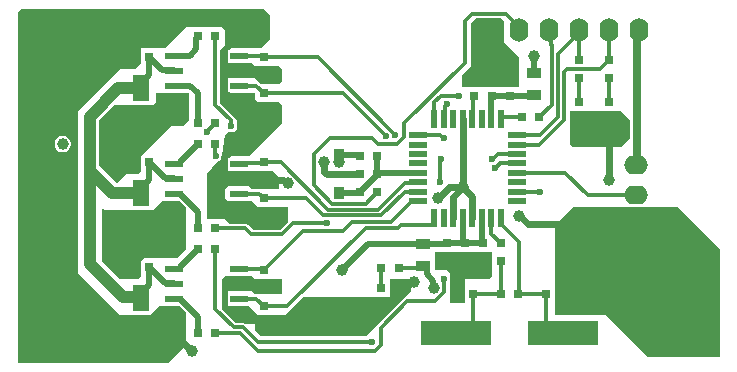
<source format=gtl>
G04*
G04 #@! TF.GenerationSoftware,Altium Limited,Altium Designer,21.7.1 (17)*
G04*
G04 Layer_Physical_Order=1*
G04 Layer_Color=255*
%FSLAX44Y44*%
%MOMM*%
G71*
G04*
G04 #@! TF.SameCoordinates,46D70AF8-5DF4-403A-B55C-3C1985085F34*
G04*
G04*
G04 #@! TF.FilePolarity,Positive*
G04*
G01*
G75*
%ADD13C,0.3000*%
%ADD18R,1.6000X0.5500*%
%ADD19R,0.5500X1.6000*%
%ADD20R,0.7500X0.7500*%
%ADD21R,0.7500X0.7500*%
%ADD22R,1.3000X0.9000*%
%ADD23R,0.8800X1.0200*%
%ADD24R,0.8000X0.8000*%
%ADD25R,0.8000X0.8000*%
%ADD26R,1.3500X2.2000*%
%ADD27R,6.0000X2.0000*%
%ADD28R,1.5200X0.6000*%
%ADD46C,0.5000*%
%ADD47C,0.6000*%
%ADD48C,1.0000*%
%ADD49C,0.6350*%
%ADD50O,2.0000X1.6000*%
%ADD51R,2.0000X1.6000*%
%ADD52C,3.5000*%
%ADD53R,1.6000X2.0000*%
%ADD54O,1.6000X2.0000*%
%ADD55C,1.0000*%
%ADD56C,0.6000*%
G36*
X213360Y294640D02*
Y274320D01*
X205740Y266700D01*
X180340D01*
X178990Y265350D01*
X177820D01*
Y264180D01*
X177800Y264160D01*
Y254000D01*
X198120D01*
X200660Y251460D01*
X220980D01*
X223520Y248920D01*
Y238760D01*
X220980Y236220D01*
X205740D01*
X200660Y241300D01*
X177800D01*
Y231140D01*
X177820Y231120D01*
Y229950D01*
X178990D01*
X180340Y228600D01*
X200660D01*
Y223520D01*
X203200Y220980D01*
X220980D01*
X223520Y218440D01*
Y203200D01*
X195580Y175260D01*
X180340D01*
X178990Y173910D01*
X177820D01*
Y172740D01*
X177800Y172720D01*
Y162560D01*
X215900D01*
X220980Y157480D01*
Y147320D01*
X198120D01*
X197020Y148420D01*
Y148510D01*
X196930D01*
X195580Y149860D01*
X177800D01*
X175260Y147320D01*
Y139700D01*
X177800Y137160D01*
X198120D01*
X203200Y132080D01*
X228600D01*
Y119347D01*
X222042Y112789D01*
X199631D01*
X195580Y116840D01*
X195478D01*
X194346Y117597D01*
X192980Y117869D01*
X179311D01*
X175260Y121920D01*
X160020D01*
Y160020D01*
X168553Y170260D01*
X168635D01*
X170472Y171021D01*
X171879Y172428D01*
X172640Y174265D01*
Y175164D01*
X172720Y175260D01*
X175260Y193040D01*
X177800Y195580D01*
X182880D01*
X185420Y198120D01*
Y205740D01*
X171089Y220071D01*
Y265069D01*
X175260Y269240D01*
Y281940D01*
X172720Y284480D01*
X142240D01*
X124460Y266700D01*
X104140D01*
Y254000D01*
X99060Y248920D01*
X86360D01*
X50800Y213360D01*
Y76200D01*
X86360Y40640D01*
X111760D01*
X112860Y41740D01*
X112890D01*
Y41770D01*
X119380Y48260D01*
X137081D01*
X142240Y43101D01*
Y15240D01*
X127000Y0D01*
X0D01*
Y297180D01*
X2540Y299720D01*
X208280D01*
X213360Y294640D01*
D02*
G37*
G36*
X144780Y205740D02*
X139700Y200660D01*
X129540D01*
X104140Y175260D01*
Y162560D01*
X101600Y160020D01*
X91440D01*
X83820Y152400D01*
X68580Y167640D01*
Y205740D01*
X81280Y218440D01*
X114300D01*
X116840Y220980D01*
Y228600D01*
X144780D01*
Y205740D01*
D02*
G37*
G36*
X142240Y132001D02*
Y96520D01*
X134620Y88900D01*
X106680D01*
X104140Y86360D01*
Y73660D01*
X101600Y71120D01*
X86360D01*
X71120Y86360D01*
Y130421D01*
X72293Y130907D01*
X73660Y129540D01*
X114300D01*
X121920Y137160D01*
X137081D01*
X142240Y132001D01*
D02*
G37*
G36*
X200660Y71120D02*
X223520D01*
Y58420D01*
X200660D01*
X198120Y60960D01*
X177800D01*
Y48260D01*
X195580D01*
X203200Y40640D01*
X226060D01*
X241300Y55880D01*
X314960D01*
Y71120D01*
X332740D01*
Y60960D01*
X294640Y22860D01*
X205740D01*
X200660Y27940D01*
X200660Y33020D01*
X192959D01*
X191946Y33697D01*
X190580Y33969D01*
X184858D01*
X172720Y46107D01*
Y71120D01*
X175260Y73660D01*
X198120D01*
X200660Y71120D01*
D02*
G37*
G36*
X401320Y73660D02*
X398780Y71120D01*
X378460D01*
Y50800D01*
X365760D01*
Y76200D01*
X363220Y78740D01*
X353060D01*
Y93980D01*
X401320D01*
Y73660D01*
D02*
G37*
G36*
X594360Y96520D02*
Y5080D01*
X533400D01*
X497840Y40640D01*
X454660D01*
Y116840D01*
X469900Y132080D01*
X558800D01*
X594360Y96520D01*
D02*
G37*
G36*
X411480Y289560D02*
Y271780D01*
X424180Y259080D01*
Y233680D01*
X375920D01*
Y243840D01*
X383540Y251460D01*
Y287020D01*
X388391Y291871D01*
X409169D01*
X411480Y289560D01*
D02*
G37*
G36*
X518160Y205740D02*
Y190500D01*
X510540Y182880D01*
X469900D01*
X467360Y185420D01*
Y213360D01*
X510540D01*
X518160Y205740D01*
D02*
G37*
%LPC*%
G36*
X39022Y192420D02*
X37178D01*
X35398Y191943D01*
X33802Y191021D01*
X32499Y189718D01*
X31577Y188122D01*
X31100Y186342D01*
Y184498D01*
X31577Y182718D01*
X32499Y181122D01*
X33802Y179819D01*
X35398Y178897D01*
X37178Y178420D01*
X39022D01*
X40802Y178897D01*
X42398Y179819D01*
X43701Y181122D01*
X44623Y182718D01*
X45100Y184498D01*
Y186342D01*
X44623Y188122D01*
X43701Y189718D01*
X42398Y191021D01*
X40802Y191943D01*
X39022Y192420D01*
D02*
G37*
%LPD*%
D13*
X307340Y15240D02*
Y29801D01*
X353019Y52318D02*
X360680Y59979D01*
Y71120D01*
X329857Y52318D02*
X353019D01*
X307340Y29801D02*
X329857Y52318D01*
X357852Y172432D02*
X358140Y172720D01*
X357852Y153265D02*
Y172432D01*
X357563Y152977D02*
X357852Y153265D01*
X250580Y176920D02*
X264160Y190500D01*
X250580Y150420D02*
Y176920D01*
Y150420D02*
X265930Y135070D01*
X264160Y190500D02*
X299720D01*
X262948Y130073D02*
X263856D01*
X208280Y170060D02*
X222961D01*
X262948Y130073D01*
X263856D02*
X263859Y130070D01*
X188509Y25400D02*
X203749Y10160D01*
X302260D01*
X190580Y30400D02*
X203200Y17780D01*
X302260Y10160D02*
X307340Y15240D01*
X203200Y17780D02*
X299720D01*
X167520Y25400D02*
X188509D01*
X167520Y46260D02*
X183380Y30400D01*
X167520Y46260D02*
Y96520D01*
X183380Y30400D02*
X190580D01*
X167520Y185420D02*
X167580Y185360D01*
Y175320D02*
X167640Y175260D01*
X167580Y175320D02*
Y185360D01*
X167520Y218560D02*
X180340Y205740D01*
Y200660D02*
Y205740D01*
X167520Y218560D02*
Y276860D01*
X385960Y33900D02*
Y58420D01*
X371560Y25400D02*
X377460D01*
X385960Y33900D01*
X192980Y114300D02*
X198060Y109220D01*
X167520Y114300D02*
X192980D01*
X198060Y109220D02*
X223520D01*
X232873Y118573D01*
X261596D01*
X208280Y78620D02*
X241733Y112073D01*
X275228D01*
X282775Y119620D01*
X261785Y125073D02*
X261788Y125070D01*
X263859Y130070D02*
X305330D01*
X261788Y125070D02*
X307950D01*
X294970Y135070D02*
X304680Y144780D01*
X265930Y135070D02*
X294970D01*
X282775Y119620D02*
X316270D01*
X305330Y130070D02*
X327660Y152400D01*
X307950Y125070D02*
X327980Y145100D01*
X243960Y139580D02*
X258467Y125073D01*
X261785D01*
X208280Y139580D02*
X243960D01*
X160020Y195700D02*
X167520Y203200D01*
X160020Y195580D02*
Y195700D01*
X208280Y258960D02*
X254316D01*
X304800Y185420D02*
X321499D01*
X208280Y228480D02*
X275604D01*
X321499Y185420D02*
X327500Y191421D01*
Y203040D01*
X319706Y192820D02*
Y193569D01*
X254316Y258960D02*
X319706Y193569D01*
X275604Y228480D02*
X311719Y192364D01*
X413220Y295440D02*
X424180Y284480D01*
Y281940D02*
Y284480D01*
X384340Y295440D02*
X413220D01*
X378460Y289560D02*
X384340Y295440D01*
X378460Y254000D02*
Y289560D01*
X327500Y203040D02*
X378460Y254000D01*
X353000Y207100D02*
Y220920D01*
X358140Y226060D01*
X373380D01*
X353000Y207100D02*
X353150Y207250D01*
X362250Y217778D02*
X363220Y218748D01*
X362250Y208350D02*
Y217778D01*
X363220Y218748D02*
Y219560D01*
X361000Y207100D02*
X362250Y208350D01*
X299720Y190500D02*
X304800Y185420D01*
X322365Y114620D02*
X324345Y116600D01*
X294960Y114620D02*
X322365D01*
X228480Y48140D02*
X294960Y114620D01*
X353000Y117850D02*
Y123100D01*
X316270Y119620D02*
X333750Y137100D01*
X351750Y116600D02*
X353000Y117850D01*
X324345Y116600D02*
X351750D01*
X208280Y48140D02*
X228480D01*
X333750Y137100D02*
X339000D01*
X327980Y145100D02*
X339000D01*
X327660Y152400D02*
X338300D01*
X339000Y153100D01*
X403860Y165100D02*
X404672D01*
X408672Y169100D02*
X423000D01*
X404672Y165100D02*
X408672Y169100D01*
X406512Y177100D02*
X423000D01*
X401320Y172720D02*
X402132D01*
X406512Y177100D01*
X339000Y193100D02*
X357268D01*
X359868Y190500D01*
X360680D01*
X187420Y143510D02*
X204350D01*
X208280Y139580D01*
X187995Y169485D02*
X207705D01*
X208280Y170060D01*
X187420Y168910D02*
X187995Y169485D01*
X201810Y234950D02*
X208280Y228480D01*
X187420Y234950D02*
X201810D01*
X187420Y260350D02*
X188115Y259655D01*
X207585D01*
X208280Y258960D01*
X201810Y54610D02*
X208280Y48140D01*
X187420Y54610D02*
X201810D01*
X207585Y79315D02*
X208280Y78620D01*
X187420Y80010D02*
X188115Y79315D01*
X207585D01*
X442020Y193100D02*
X457200Y208280D01*
X452120Y218560D02*
Y269240D01*
X457200Y208280D02*
Y262160D01*
X462280Y246380D02*
X464820Y248920D01*
X457200Y262160D02*
X474980Y279940D01*
X462280Y205740D02*
Y246380D01*
X452067Y269293D02*
X452120Y269240D01*
X452067Y269293D02*
Y279453D01*
X449580Y281940D02*
X452067Y279453D01*
X441840Y208280D02*
X452120Y218560D01*
X441640Y185100D02*
X462280Y205740D01*
X464820Y248920D02*
X492880D01*
X423000Y145100D02*
X423160Y144940D01*
X441800D01*
X441960Y144780D01*
X482600Y142240D02*
X522840D01*
X523240Y142640D01*
X423000Y161100D02*
X463740D01*
X482600Y142240D01*
X492880Y248920D02*
X500380Y256420D01*
X423000Y185100D02*
X441640D01*
X423000Y193100D02*
X442020D01*
X474980Y256420D02*
Y279940D01*
Y281940D01*
X500380Y256420D02*
Y281940D01*
Y220980D02*
Y241420D01*
X474980Y220980D02*
Y241420D01*
X410180Y208280D02*
X426840D01*
X409000Y207100D02*
X410180Y208280D01*
X424060Y58420D02*
X424180Y58540D01*
X409000Y117850D02*
X424180Y102670D01*
X409000Y117850D02*
Y123100D01*
X424180Y58540D02*
Y102670D01*
X401000Y109420D02*
X408940Y101480D01*
X401000Y109420D02*
Y123100D01*
X409000Y58480D02*
Y86420D01*
X408940Y86480D02*
X409000Y86420D01*
Y58480D02*
X409060Y58420D01*
X424060D02*
X447160D01*
X455660Y25400D02*
X461560D01*
X447160Y33900D02*
Y58420D01*
Y33900D02*
X455660Y25400D01*
X385960Y58420D02*
X409060D01*
X307587Y63627D02*
Y80341D01*
X307714Y80469D01*
X307460Y63500D02*
X307587Y63627D01*
X341428Y80469D02*
X342900Y81940D01*
X322714Y80469D02*
X341428D01*
X385000Y207100D02*
X385540Y207640D01*
Y225640D01*
X386080Y226180D01*
D18*
X339000Y137100D02*
D03*
Y145100D02*
D03*
Y153100D02*
D03*
Y161100D02*
D03*
Y169100D02*
D03*
Y177100D02*
D03*
Y185100D02*
D03*
Y193100D02*
D03*
X423000D02*
D03*
Y185100D02*
D03*
Y177100D02*
D03*
Y169100D02*
D03*
Y161100D02*
D03*
Y153100D02*
D03*
Y145100D02*
D03*
Y137100D02*
D03*
D19*
X353000Y207100D02*
D03*
X361000D02*
D03*
X369000D02*
D03*
X377000D02*
D03*
X385000D02*
D03*
X393000D02*
D03*
X401000D02*
D03*
X409000D02*
D03*
Y123100D02*
D03*
X401000D02*
D03*
X393000D02*
D03*
X385000D02*
D03*
X377000D02*
D03*
X369000D02*
D03*
X361000D02*
D03*
X353000D02*
D03*
D20*
X408940Y101480D02*
D03*
Y86480D02*
D03*
X474980Y256420D02*
D03*
Y241420D02*
D03*
X500380Y256420D02*
D03*
Y241420D02*
D03*
X393700Y101480D02*
D03*
Y86480D02*
D03*
X378460Y101480D02*
D03*
Y86480D02*
D03*
X363220Y101480D02*
D03*
Y86480D02*
D03*
X401320Y226180D02*
D03*
Y241180D02*
D03*
X416560Y226180D02*
D03*
Y241180D02*
D03*
X386080Y241180D02*
D03*
Y226180D02*
D03*
X208280Y78620D02*
D03*
Y63620D02*
D03*
Y48140D02*
D03*
Y33140D02*
D03*
Y170060D02*
D03*
Y155060D02*
D03*
Y139580D02*
D03*
Y124580D02*
D03*
Y258960D02*
D03*
Y243960D02*
D03*
Y228480D02*
D03*
Y213480D02*
D03*
D21*
X289680Y175260D02*
D03*
X304680D02*
D03*
X322714Y80469D02*
D03*
X307714D02*
D03*
X426840Y208280D02*
D03*
X441840D02*
D03*
X96640Y81280D02*
D03*
X111640D02*
D03*
X96640Y170180D02*
D03*
X111640D02*
D03*
X96640Y259080D02*
D03*
X111640D02*
D03*
X462160Y58420D02*
D03*
X447160D02*
D03*
X370960D02*
D03*
X385960D02*
D03*
X304680Y160020D02*
D03*
X289680D02*
D03*
X152520Y96520D02*
D03*
X167520D02*
D03*
X152520Y25400D02*
D03*
X167520D02*
D03*
X152520Y185420D02*
D03*
X167520D02*
D03*
X152520Y114300D02*
D03*
X167520D02*
D03*
X152520Y276860D02*
D03*
X167520D02*
D03*
X152520Y203200D02*
D03*
X167520D02*
D03*
X289680Y144780D02*
D03*
X304680D02*
D03*
X424060Y58420D02*
D03*
X409060D02*
D03*
D22*
X342900Y100940D02*
D03*
Y81940D02*
D03*
X436880Y226720D02*
D03*
Y245720D02*
D03*
D23*
X271780Y176370D02*
D03*
Y143670D02*
D03*
D24*
X322460Y63500D02*
D03*
X307460D02*
D03*
D25*
X474980Y205980D02*
D03*
Y220980D02*
D03*
X500380Y205980D02*
D03*
Y220980D02*
D03*
D26*
X104140Y26540D02*
D03*
Y54740D02*
D03*
Y115440D02*
D03*
Y143640D02*
D03*
Y204340D02*
D03*
Y232540D02*
D03*
D27*
X461560Y25400D02*
D03*
X371560D02*
D03*
D28*
X132620Y80010D02*
D03*
Y67310D02*
D03*
Y54610D02*
D03*
Y41910D02*
D03*
X187420Y80010D02*
D03*
Y67310D02*
D03*
Y54610D02*
D03*
Y41910D02*
D03*
X132620Y168910D02*
D03*
Y156210D02*
D03*
Y143510D02*
D03*
Y130810D02*
D03*
X187420Y168910D02*
D03*
Y156210D02*
D03*
Y143510D02*
D03*
Y130810D02*
D03*
X132620Y260350D02*
D03*
Y247650D02*
D03*
Y234950D02*
D03*
Y222250D02*
D03*
X187420Y260350D02*
D03*
Y247650D02*
D03*
Y234950D02*
D03*
Y222250D02*
D03*
D46*
X296790Y101210D02*
X362950D01*
X346900Y75114D02*
X352103Y69911D01*
Y63577D02*
X352180Y63500D01*
X352103Y63577D02*
Y69911D01*
X346900Y75114D02*
Y79940D01*
X344900Y81940D02*
X346900Y79940D01*
X342900Y81940D02*
X344900D01*
X436880Y245720D02*
Y260113D01*
X436610Y226450D02*
X436880Y226720D01*
X416830Y226450D02*
X436610D01*
X416560Y226180D02*
X416830Y226450D01*
X271780Y170020D02*
Y176370D01*
X132620Y234950D02*
X146050D01*
X152520Y203200D02*
Y228480D01*
X146050Y234950D02*
X152520Y228480D01*
X274320Y78740D02*
X296790Y101210D01*
X377000Y123100D02*
X377250Y122850D01*
Y102690D02*
Y122850D01*
Y102690D02*
X378460Y101480D01*
X305510Y160850D02*
X338750D01*
X305095D02*
X305510D01*
X304680Y160020D02*
X305510Y160850D01*
X304680Y160020D02*
X304680Y160020D01*
X338750Y160850D02*
X339000Y161100D01*
X137220Y54610D02*
X152520Y39310D01*
Y25400D02*
Y39310D01*
X132620Y54610D02*
X137220D01*
Y80010D02*
X137720Y80510D01*
X132620Y80010D02*
X137220D01*
X137720Y81720D02*
X152520Y96520D01*
X137720Y80510D02*
Y81720D01*
X137220Y143510D02*
X152520Y128210D01*
X132620Y143510D02*
X137220D01*
X152520Y114300D02*
Y128210D01*
X137220Y168910D02*
X137720Y169410D01*
Y170620D02*
X152520Y185420D01*
X137720Y169410D02*
Y170620D01*
X132620Y168910D02*
X137220D01*
X132620Y260350D02*
X146050D01*
X151310Y275650D02*
X152520Y276860D01*
X151310Y265610D02*
Y275650D01*
X146050Y260350D02*
X151310Y265610D01*
X111640Y259080D02*
X122570Y248150D01*
X132120D01*
X132620Y247650D01*
X104140Y232540D02*
Y236790D01*
X111640Y244290D01*
Y259080D01*
Y170180D02*
X125110Y156710D01*
X132120D01*
X132620Y156210D01*
X111640Y155390D02*
Y170180D01*
X104140Y143640D02*
Y147890D01*
X111640Y155390D01*
Y81280D02*
X125110Y67810D01*
X132120D01*
X132620Y67310D01*
X111640Y66490D02*
Y81280D01*
X104140Y54740D02*
Y58990D01*
X111640Y66490D01*
X272335Y175815D02*
X289125D01*
X289680Y175260D01*
X289125Y144225D02*
X289680Y144780D01*
X271780Y143670D02*
X272335Y144225D01*
X289125D01*
X303430Y158530D02*
Y158770D01*
X304680Y160020D01*
X289680Y144780D02*
X303430Y158530D01*
X304680Y160020D02*
Y175260D01*
X322714Y80469D02*
X323450Y81204D01*
X362950Y101210D02*
X363220Y101480D01*
X378460D01*
X393700D01*
X393000Y123100D02*
X393250Y122850D01*
Y101930D02*
Y122850D01*
Y101930D02*
X393700Y101480D01*
X401320Y226180D02*
X416560D01*
X401160Y207260D02*
Y226020D01*
X401320Y226180D01*
X401000Y207100D02*
X401160Y207260D01*
D47*
X27940Y243613D02*
X38100Y253773D01*
X27940Y162560D02*
Y243613D01*
Y162560D02*
X38100Y152400D01*
Y253773D02*
Y261620D01*
X96085Y169625D02*
X96640Y170180D01*
X79740Y169070D02*
X80295Y169625D01*
X96085D01*
X523240Y76200D02*
Y117640D01*
Y76200D02*
X561340Y38100D01*
X78949Y26540D02*
X104140D01*
X38100Y38100D02*
X67389D01*
X78949Y26540D01*
X38100Y261620D02*
X94100D01*
X96640Y259080D01*
X500380Y154940D02*
Y205980D01*
X377000Y148780D02*
X377000Y148780D01*
X369000Y140780D02*
X377000Y148780D01*
X356606Y139700D02*
X365686Y148780D01*
X377000D01*
X355600Y139700D02*
X356606D01*
X425262Y124460D02*
X432082Y117640D01*
X523240D01*
X424180Y124460D02*
X425262D01*
X259080Y170180D02*
X259845Y169415D01*
Y161795D02*
Y169415D01*
Y161795D02*
X261620Y160020D01*
X227518Y152400D02*
X228600D01*
X224858Y155060D02*
X227518Y152400D01*
X208280Y155060D02*
X224858D01*
X81280Y114300D02*
X103000D01*
X104140Y115440D01*
X132620Y24860D02*
X147320Y10160D01*
X132620Y24860D02*
Y41910D01*
X415810Y241930D02*
Y248588D01*
X414020Y250378D02*
X415810Y248588D01*
X414020Y250378D02*
Y251460D01*
X415810Y241930D02*
X416560Y241180D01*
X261620Y160020D02*
X289680D01*
X323460Y64500D02*
X330118D01*
X322460Y63500D02*
X323460Y64500D01*
X330118D02*
X334198Y68580D01*
X335280D01*
X369000Y123100D02*
Y140780D01*
X385000Y123100D02*
Y140780D01*
X377000Y148780D02*
X385000Y140780D01*
X377000Y148780D02*
Y207100D01*
D48*
X60960Y208280D02*
X85220Y232540D01*
X60960Y162560D02*
Y185420D01*
Y208280D01*
Y83820D02*
Y162560D01*
Y83820D02*
X88900Y55880D01*
X60960Y162560D02*
X79880Y143640D01*
X104140D01*
X88900Y55880D02*
X103000D01*
X104140Y54740D01*
X85220Y232540D02*
X104140D01*
D49*
X524510Y280670D02*
X525780Y281940D01*
X524510Y168910D02*
Y280670D01*
X523240Y167640D02*
X524510Y168910D01*
D50*
X523240Y167640D02*
D03*
Y142640D02*
D03*
D51*
Y117640D02*
D03*
D52*
X38100Y38100D02*
D03*
X561340D02*
D03*
X38100Y261620D02*
D03*
D53*
X398780Y281940D02*
D03*
D54*
X424180D02*
D03*
X449580D02*
D03*
X474980D02*
D03*
X500380D02*
D03*
X525780D02*
D03*
D55*
X352180Y63500D02*
D03*
X38100Y185420D02*
D03*
X79740Y169070D02*
D03*
X38100Y116840D02*
D03*
X480060Y200660D02*
D03*
X500380Y154940D02*
D03*
X355600Y139700D02*
D03*
X377000Y148780D02*
D03*
X424180Y124460D02*
D03*
X259080Y170180D02*
D03*
X228600Y152400D02*
D03*
X436880Y260113D02*
D03*
X81280Y114300D02*
D03*
X38100Y152400D02*
D03*
X147320Y10160D02*
D03*
X414020Y251460D02*
D03*
X271780Y170020D02*
D03*
X358140Y86360D02*
D03*
X335280Y68580D02*
D03*
X274320Y78740D02*
D03*
X60960Y185420D02*
D03*
D56*
X360680Y71120D02*
D03*
X357563Y152977D02*
D03*
X299720Y17780D02*
D03*
X167640Y175260D02*
D03*
X358140Y172720D02*
D03*
X261596Y118573D02*
D03*
X180340Y200660D02*
D03*
X160020Y195580D02*
D03*
X311719Y192364D02*
D03*
X319706Y192820D02*
D03*
X363220Y219560D02*
D03*
X403860Y165100D02*
D03*
X401320Y172720D02*
D03*
X360680Y190500D02*
D03*
X373380Y226060D02*
D03*
X441960Y144780D02*
D03*
M02*

</source>
